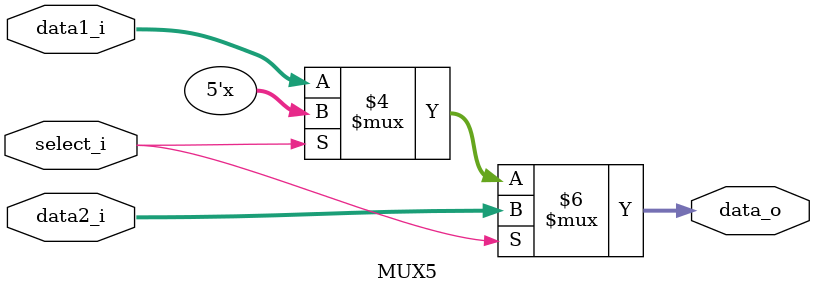
<source format=v>
module MUX5
(
	data1_i,
	data2_i,
	select_i,
	data_o
);

input [4:0] data1_i, data2_i;
input select_i;
output [4:0] data_o;
reg data_o;
always @(data1_i, data2_i, select_i)
begin
	if(select_i == 1'b0)
	begin
		data_o <= data1_i;
	end
	if(select_i == 1'b1)
	begin
		data_o <= data2_i;
	end
end

endmodule

</source>
